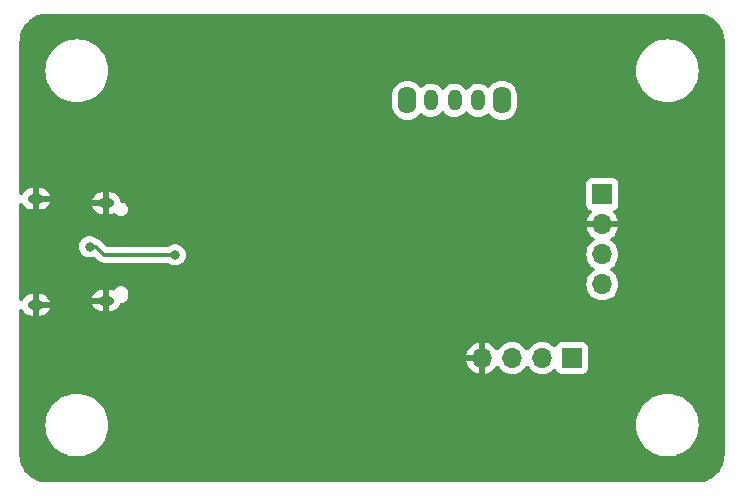
<source format=gbr>
%TF.GenerationSoftware,KiCad,Pcbnew,7.0.1*%
%TF.CreationDate,2023-09-30T16:00:22-04:00*%
%TF.ProjectId,usb_demonstrator,7573625f-6465-46d6-9f6e-73747261746f,rev?*%
%TF.SameCoordinates,Original*%
%TF.FileFunction,Copper,L2,Bot*%
%TF.FilePolarity,Positive*%
%FSLAX46Y46*%
G04 Gerber Fmt 4.6, Leading zero omitted, Abs format (unit mm)*
G04 Created by KiCad (PCBNEW 7.0.1) date 2023-09-30 16:00:22*
%MOMM*%
%LPD*%
G01*
G04 APERTURE LIST*
%TA.AperFunction,ComponentPad*%
%ADD10O,1.400000X0.800000*%
%TD*%
%TA.AperFunction,ComponentPad*%
%ADD11R,1.700000X1.700000*%
%TD*%
%TA.AperFunction,ComponentPad*%
%ADD12O,1.700000X1.700000*%
%TD*%
%TA.AperFunction,ComponentPad*%
%ADD13O,1.600000X2.300000*%
%TD*%
%TA.AperFunction,ComponentPad*%
%ADD14O,1.200000X1.800000*%
%TD*%
%TA.AperFunction,ViaPad*%
%ADD15C,0.800000*%
%TD*%
%TA.AperFunction,Conductor*%
%ADD16C,0.300000*%
%TD*%
G04 APERTURE END LIST*
D10*
%TO.P,J3,S1,SHIELD*%
%TO.N,GND*%
X129040000Y-85840000D03*
X134990000Y-86200000D03*
X134990000Y-94460000D03*
X129040000Y-94820000D03*
%TD*%
D11*
%TO.P,J2,1,Pin_1*%
%TO.N,UART_SUPP_5V*%
X174440000Y-99315000D03*
D12*
%TO.P,J2,2,Pin_2*%
%TO.N,USART_Tx*%
X171900000Y-99315000D03*
%TO.P,J2,3,Pin_3*%
%TO.N,USART_Rx*%
X169360000Y-99315000D03*
%TO.P,J2,4,Pin_4*%
%TO.N,GND*%
X166820000Y-99315000D03*
%TD*%
D13*
%TO.P,SW2,*%
%TO.N,*%
X160500000Y-77500000D03*
X168500000Y-77500000D03*
D14*
%TO.P,SW2,1,A*%
%TO.N,UART_SUPP_5V*%
X162500000Y-77500000D03*
%TO.P,SW2,2,B*%
%TO.N,SYSTEM_5V*%
X164500000Y-77500000D03*
%TO.P,SW2,3,C*%
%TO.N,USB_SUPP_5V*%
X166500000Y-77500000D03*
%TD*%
D11*
%TO.P,J1,1,Pin_1*%
%TO.N,SWDIO*%
X177000000Y-85460000D03*
D12*
%TO.P,J1,2,Pin_2*%
%TO.N,GND*%
X177000000Y-88000000D03*
%TO.P,J1,3,Pin_3*%
%TO.N,SWDCLK*%
X177000000Y-90540000D03*
%TO.P,J1,4,Pin_4*%
%TO.N,SYSTEM_3V3*%
X177000000Y-93080000D03*
%TD*%
D15*
%TO.N,GND*%
X142500000Y-72500000D03*
X137500000Y-107500000D03*
X130000000Y-100000000D03*
X172500000Y-72500000D03*
X162500000Y-107500000D03*
X147500000Y-107500000D03*
X152500000Y-107500000D03*
X142500000Y-82500000D03*
X147500000Y-72500000D03*
X152500000Y-72500000D03*
X185000000Y-80000000D03*
X177500000Y-72500000D03*
X185000000Y-95000000D03*
X163100000Y-92600000D03*
X171500000Y-88800000D03*
X157500000Y-72500000D03*
X185000000Y-90000000D03*
X171600000Y-93200000D03*
X145800000Y-79900000D03*
X171600000Y-85600000D03*
X142500000Y-107500000D03*
X167600000Y-93200000D03*
X177000000Y-96200000D03*
X180000000Y-96200000D03*
X185000000Y-100000000D03*
X172500000Y-107500000D03*
X167500000Y-72500000D03*
X167500000Y-107500000D03*
X147500000Y-82500000D03*
X137500000Y-72500000D03*
X185000000Y-85000000D03*
X130000000Y-80000000D03*
X162500000Y-72500000D03*
X167600000Y-88800000D03*
X167600000Y-85600000D03*
X177500000Y-107500000D03*
X152500000Y-82500000D03*
X157500000Y-107500000D03*
%TO.N,USB_COMM_D-*%
X140820000Y-90580000D03*
X133590000Y-89900000D03*
%TD*%
D16*
%TO.N,USB_COMM_D-*%
X134810000Y-90580000D02*
X134800000Y-90590000D01*
X140820000Y-90580000D02*
X134810000Y-90580000D01*
X134800000Y-90590000D02*
X134110000Y-89900000D01*
X134110000Y-89900000D02*
X133590000Y-89900000D01*
%TD*%
%TA.AperFunction,Conductor*%
%TO.N,GND*%
G36*
X185004496Y-70150772D02*
G01*
X185014519Y-70151378D01*
X185274220Y-70167087D01*
X185292053Y-70169253D01*
X185553414Y-70217148D01*
X185570870Y-70221451D01*
X185824539Y-70300497D01*
X185841355Y-70306874D01*
X186083653Y-70415924D01*
X186099584Y-70424286D01*
X186326953Y-70561735D01*
X186341761Y-70571956D01*
X186550909Y-70735813D01*
X186564377Y-70747744D01*
X186752255Y-70935622D01*
X186764186Y-70949090D01*
X186928043Y-71158238D01*
X186938264Y-71173046D01*
X187075713Y-71400415D01*
X187084075Y-71416346D01*
X187193123Y-71658640D01*
X187199503Y-71675464D01*
X187278546Y-71929122D01*
X187282852Y-71946592D01*
X187330744Y-72207931D01*
X187332912Y-72225791D01*
X187344770Y-72421814D01*
X187349228Y-72495503D01*
X187349500Y-72504500D01*
X187349500Y-107495500D01*
X187349228Y-107504497D01*
X187332913Y-107774207D01*
X187330744Y-107792068D01*
X187282852Y-108053407D01*
X187278546Y-108070877D01*
X187199503Y-108324535D01*
X187193123Y-108341359D01*
X187084075Y-108583653D01*
X187075713Y-108599584D01*
X186938264Y-108826953D01*
X186928043Y-108841761D01*
X186764186Y-109050909D01*
X186752255Y-109064377D01*
X186564377Y-109252255D01*
X186550909Y-109264186D01*
X186341761Y-109428043D01*
X186326953Y-109438264D01*
X186099584Y-109575713D01*
X186083653Y-109584075D01*
X185841359Y-109693123D01*
X185824535Y-109699503D01*
X185570877Y-109778546D01*
X185553407Y-109782852D01*
X185292068Y-109830744D01*
X185274207Y-109832913D01*
X185004497Y-109849228D01*
X184995500Y-109849500D01*
X130004500Y-109849500D01*
X129995503Y-109849228D01*
X129725792Y-109832913D01*
X129707932Y-109830744D01*
X129651846Y-109820466D01*
X129446592Y-109782852D01*
X129429122Y-109778546D01*
X129175464Y-109699503D01*
X129158640Y-109693123D01*
X128916346Y-109584075D01*
X128900415Y-109575713D01*
X128673046Y-109438264D01*
X128658238Y-109428043D01*
X128449090Y-109264186D01*
X128435622Y-109252255D01*
X128247744Y-109064377D01*
X128235813Y-109050909D01*
X128224277Y-109036185D01*
X128071955Y-108841760D01*
X128061735Y-108826953D01*
X127924286Y-108599584D01*
X127915924Y-108583653D01*
X127806876Y-108341359D01*
X127800496Y-108324535D01*
X127721451Y-108070870D01*
X127717147Y-108053407D01*
X127669253Y-107792053D01*
X127667087Y-107774220D01*
X127650772Y-107504496D01*
X127650500Y-107495500D01*
X127650500Y-105000000D01*
X129844655Y-105000000D01*
X129864014Y-105320067D01*
X129921813Y-105635465D01*
X130017207Y-105941594D01*
X130148808Y-106233998D01*
X130314696Y-106508412D01*
X130512443Y-106760816D01*
X130739183Y-106987556D01*
X130991587Y-107185303D01*
X130991592Y-107185306D01*
X131266000Y-107351191D01*
X131558402Y-107482791D01*
X131558404Y-107482791D01*
X131558405Y-107482792D01*
X131864534Y-107578186D01*
X132179932Y-107635985D01*
X132214473Y-107638074D01*
X132500000Y-107655345D01*
X132801811Y-107637089D01*
X132820067Y-107635985D01*
X132977766Y-107607085D01*
X133135466Y-107578186D01*
X133441598Y-107482791D01*
X133734000Y-107351191D01*
X134008408Y-107185306D01*
X134260819Y-106987554D01*
X134487554Y-106760819D01*
X134685306Y-106508408D01*
X134851191Y-106234000D01*
X134982791Y-105941598D01*
X135078186Y-105635466D01*
X135135985Y-105320066D01*
X135155345Y-105000000D01*
X135155345Y-104999999D01*
X179844655Y-104999999D01*
X179864014Y-105320067D01*
X179921813Y-105635465D01*
X180017207Y-105941594D01*
X180148808Y-106233998D01*
X180314696Y-106508412D01*
X180512443Y-106760816D01*
X180739183Y-106987556D01*
X180991587Y-107185303D01*
X180991592Y-107185306D01*
X181266000Y-107351191D01*
X181558402Y-107482791D01*
X181558404Y-107482791D01*
X181558405Y-107482792D01*
X181864534Y-107578186D01*
X182179932Y-107635985D01*
X182214473Y-107638074D01*
X182500000Y-107655345D01*
X182801811Y-107637089D01*
X182820067Y-107635985D01*
X182977766Y-107607085D01*
X183135466Y-107578186D01*
X183441598Y-107482791D01*
X183734000Y-107351191D01*
X184008408Y-107185306D01*
X184260819Y-106987554D01*
X184487554Y-106760819D01*
X184685306Y-106508408D01*
X184851191Y-106234000D01*
X184982791Y-105941598D01*
X185078186Y-105635466D01*
X185135985Y-105320066D01*
X185155345Y-105000000D01*
X185135985Y-104679934D01*
X185078186Y-104364534D01*
X184982791Y-104058402D01*
X184851191Y-103766000D01*
X184685306Y-103491592D01*
X184685303Y-103491587D01*
X184487556Y-103239183D01*
X184260816Y-103012443D01*
X184008412Y-102814696D01*
X183733998Y-102648808D01*
X183441594Y-102517207D01*
X183135465Y-102421813D01*
X182820067Y-102364014D01*
X182500000Y-102344655D01*
X182179932Y-102364014D01*
X181864534Y-102421813D01*
X181558405Y-102517207D01*
X181266001Y-102648808D01*
X180991587Y-102814696D01*
X180739183Y-103012443D01*
X180512443Y-103239183D01*
X180314696Y-103491587D01*
X180148808Y-103766001D01*
X180017207Y-104058405D01*
X179921813Y-104364534D01*
X179864014Y-104679932D01*
X179844655Y-104999999D01*
X135155345Y-104999999D01*
X135135985Y-104679934D01*
X135078186Y-104364534D01*
X134982791Y-104058402D01*
X134851191Y-103766000D01*
X134685306Y-103491592D01*
X134685303Y-103491587D01*
X134487556Y-103239183D01*
X134260816Y-103012443D01*
X134008412Y-102814696D01*
X133733998Y-102648808D01*
X133441594Y-102517207D01*
X133135465Y-102421813D01*
X132820067Y-102364014D01*
X132500000Y-102344655D01*
X132179932Y-102364014D01*
X131864534Y-102421813D01*
X131558405Y-102517207D01*
X131266001Y-102648808D01*
X130991587Y-102814696D01*
X130739183Y-103012443D01*
X130512443Y-103239183D01*
X130314696Y-103491587D01*
X130148808Y-103766001D01*
X130017207Y-104058405D01*
X129921813Y-104364534D01*
X129864014Y-104679932D01*
X129844655Y-105000000D01*
X127650500Y-105000000D01*
X127650500Y-99565000D01*
X165489364Y-99565000D01*
X165546568Y-99778491D01*
X165646401Y-99992582D01*
X165781887Y-100186075D01*
X165948924Y-100353112D01*
X166142417Y-100488598D01*
X166356508Y-100588431D01*
X166569999Y-100645636D01*
X166570000Y-100645636D01*
X167070000Y-100645636D01*
X167283491Y-100588431D01*
X167497582Y-100488598D01*
X167691075Y-100353112D01*
X167858109Y-100186078D01*
X167967640Y-100029652D01*
X168020893Y-99982951D01*
X168089694Y-99966115D01*
X168158494Y-99982950D01*
X168211748Y-100029652D01*
X168321505Y-100186401D01*
X168488599Y-100353495D01*
X168682170Y-100489035D01*
X168896337Y-100588903D01*
X169124592Y-100650063D01*
X169360000Y-100670659D01*
X169595408Y-100650063D01*
X169823663Y-100588903D01*
X170037830Y-100489035D01*
X170231401Y-100353495D01*
X170398495Y-100186401D01*
X170507945Y-100030089D01*
X170561200Y-99983387D01*
X170630000Y-99966552D01*
X170698800Y-99983387D01*
X170752054Y-100030089D01*
X170861505Y-100186401D01*
X171028599Y-100353495D01*
X171222170Y-100489035D01*
X171436337Y-100588903D01*
X171664592Y-100650063D01*
X171900000Y-100670659D01*
X172135408Y-100650063D01*
X172363663Y-100588903D01*
X172577830Y-100489035D01*
X172771401Y-100353495D01*
X172865819Y-100259076D01*
X172929199Y-100221471D01*
X173002850Y-100218840D01*
X173068752Y-100251828D01*
X173110784Y-100312365D01*
X173146204Y-100407331D01*
X173232454Y-100522546D01*
X173347669Y-100608796D01*
X173482517Y-100659091D01*
X173542127Y-100665500D01*
X175337872Y-100665499D01*
X175337876Y-100665499D01*
X175377612Y-100661226D01*
X175397483Y-100659091D01*
X175532331Y-100608796D01*
X175647546Y-100522546D01*
X175733796Y-100407331D01*
X175784091Y-100272483D01*
X175790500Y-100212873D01*
X175790499Y-98417128D01*
X175790499Y-98417127D01*
X175790499Y-98417123D01*
X175784091Y-98357518D01*
X175769215Y-98317634D01*
X175733796Y-98222669D01*
X175647546Y-98107454D01*
X175532331Y-98021204D01*
X175397483Y-97970909D01*
X175397482Y-97970908D01*
X175397480Y-97970908D01*
X175337876Y-97964500D01*
X173542123Y-97964500D01*
X173482518Y-97970908D01*
X173347670Y-98021203D01*
X173232454Y-98107454D01*
X173146201Y-98222672D01*
X173110783Y-98317634D01*
X173068752Y-98378171D01*
X173002850Y-98411159D01*
X172929200Y-98408528D01*
X172865819Y-98370923D01*
X172771401Y-98276505D01*
X172577830Y-98140965D01*
X172363663Y-98041097D01*
X172135407Y-97979936D01*
X171900000Y-97959341D01*
X171664592Y-97979936D01*
X171436336Y-98041097D01*
X171222172Y-98140964D01*
X171028598Y-98276505D01*
X170861505Y-98443598D01*
X170752054Y-98599911D01*
X170698800Y-98646613D01*
X170630000Y-98663448D01*
X170561200Y-98646613D01*
X170507946Y-98599911D01*
X170398494Y-98443598D01*
X170231401Y-98276505D01*
X170037830Y-98140965D01*
X169823663Y-98041097D01*
X169595407Y-97979936D01*
X169360000Y-97959341D01*
X169124592Y-97979936D01*
X168896336Y-98041097D01*
X168682172Y-98140964D01*
X168488598Y-98276505D01*
X168321505Y-98443598D01*
X168211748Y-98600348D01*
X168158494Y-98647050D01*
X168089694Y-98663885D01*
X168020893Y-98647049D01*
X167967640Y-98600348D01*
X167858109Y-98443921D01*
X167691075Y-98276887D01*
X167497582Y-98141401D01*
X167283491Y-98041568D01*
X167070000Y-97984363D01*
X167070000Y-100645636D01*
X166570000Y-100645636D01*
X166570000Y-99565000D01*
X165489364Y-99565000D01*
X127650500Y-99565000D01*
X127650500Y-99064999D01*
X165489363Y-99064999D01*
X165489364Y-99065000D01*
X166570000Y-99065000D01*
X166570000Y-97984364D01*
X166569999Y-97984363D01*
X166356509Y-98041568D01*
X166142423Y-98141399D01*
X165948921Y-98276890D01*
X165781890Y-98443921D01*
X165646399Y-98637423D01*
X165546568Y-98851509D01*
X165489363Y-99064999D01*
X127650500Y-99064999D01*
X127650500Y-95286666D01*
X127665580Y-95221349D01*
X127707767Y-95169252D01*
X127768521Y-95140922D01*
X127835547Y-95142092D01*
X127895276Y-95172526D01*
X127935618Y-95226063D01*
X127956281Y-95272474D01*
X128067486Y-95425535D01*
X128208079Y-95552125D01*
X128371922Y-95646719D01*
X128551846Y-95705181D01*
X128692837Y-95720000D01*
X128790000Y-95720000D01*
X128790000Y-95070000D01*
X129290000Y-95070000D01*
X129290000Y-95720000D01*
X129387163Y-95720000D01*
X129528153Y-95705181D01*
X129708077Y-95646719D01*
X129871920Y-95552125D01*
X130012512Y-95425535D01*
X130123718Y-95272475D01*
X130200664Y-95099651D01*
X130206967Y-95070000D01*
X129290000Y-95070000D01*
X128790000Y-95070000D01*
X128790000Y-94710000D01*
X133823033Y-94710000D01*
X133829335Y-94739648D01*
X133906282Y-94912475D01*
X134017486Y-95065535D01*
X134158079Y-95192125D01*
X134321922Y-95286719D01*
X134501846Y-95345181D01*
X134642837Y-95360000D01*
X134740000Y-95360000D01*
X135240000Y-95360000D01*
X135337163Y-95360000D01*
X135478153Y-95345181D01*
X135658077Y-95286719D01*
X135821920Y-95192125D01*
X135962512Y-95065535D01*
X136073715Y-94912479D01*
X136148610Y-94744260D01*
X136195578Y-94685477D01*
X136265281Y-94657138D01*
X136333451Y-94648162D01*
X136390236Y-94640687D01*
X136530233Y-94582698D01*
X136650451Y-94490451D01*
X136742698Y-94370233D01*
X136800687Y-94230236D01*
X136815500Y-94117720D01*
X136815500Y-93742280D01*
X136813603Y-93727874D01*
X136800687Y-93629765D01*
X136800687Y-93629764D01*
X136742698Y-93489767D01*
X136721234Y-93461795D01*
X136650451Y-93369548D01*
X136530233Y-93277302D01*
X136390235Y-93219312D01*
X136240000Y-93199533D01*
X136089764Y-93219312D01*
X135949766Y-93277302D01*
X135829548Y-93369548D01*
X135737301Y-93489767D01*
X135728218Y-93511696D01*
X135684328Y-93570470D01*
X135617713Y-93601179D01*
X135544517Y-93596381D01*
X135478153Y-93574818D01*
X135337163Y-93560000D01*
X135240000Y-93560000D01*
X135240000Y-95360000D01*
X134740000Y-95360000D01*
X134740000Y-94710000D01*
X133823033Y-94710000D01*
X128790000Y-94710000D01*
X128790000Y-93920000D01*
X129290000Y-93920000D01*
X129290000Y-94570000D01*
X130206967Y-94570000D01*
X130200664Y-94540351D01*
X130123717Y-94367524D01*
X130012513Y-94214464D01*
X130007555Y-94210000D01*
X133823033Y-94210000D01*
X134740000Y-94210000D01*
X134740000Y-93560000D01*
X134642837Y-93560000D01*
X134501846Y-93574818D01*
X134321922Y-93633280D01*
X134158079Y-93727874D01*
X134017487Y-93854464D01*
X133906281Y-94007524D01*
X133829335Y-94180348D01*
X133823033Y-94210000D01*
X130007555Y-94210000D01*
X129871920Y-94087874D01*
X129708077Y-93993280D01*
X129528153Y-93934818D01*
X129387163Y-93920000D01*
X129290000Y-93920000D01*
X128790000Y-93920000D01*
X128692837Y-93920000D01*
X128551846Y-93934818D01*
X128371922Y-93993280D01*
X128208079Y-94087874D01*
X128067487Y-94214464D01*
X127956281Y-94367524D01*
X127935618Y-94413936D01*
X127895276Y-94467473D01*
X127835547Y-94497907D01*
X127768521Y-94499077D01*
X127707767Y-94470747D01*
X127665580Y-94418650D01*
X127650500Y-94353333D01*
X127650500Y-93079999D01*
X175644341Y-93079999D01*
X175664936Y-93315407D01*
X175726096Y-93543662D01*
X175726097Y-93543663D01*
X175825965Y-93757830D01*
X175961505Y-93951401D01*
X176128599Y-94118495D01*
X176322170Y-94254035D01*
X176536337Y-94353903D01*
X176764592Y-94415063D01*
X177000000Y-94435659D01*
X177235408Y-94415063D01*
X177463663Y-94353903D01*
X177677830Y-94254035D01*
X177871401Y-94118495D01*
X178038495Y-93951401D01*
X178174035Y-93757830D01*
X178273903Y-93543663D01*
X178335063Y-93315408D01*
X178355659Y-93080000D01*
X178335063Y-92844592D01*
X178273903Y-92616337D01*
X178174035Y-92402171D01*
X178038495Y-92208599D01*
X177871401Y-92041505D01*
X177871401Y-92041504D01*
X177871398Y-92041502D01*
X177715088Y-91932052D01*
X177668386Y-91878799D01*
X177651551Y-91809998D01*
X177668387Y-91741198D01*
X177715086Y-91687947D01*
X177871401Y-91578495D01*
X178038495Y-91411401D01*
X178174035Y-91217830D01*
X178273903Y-91003663D01*
X178335063Y-90775408D01*
X178355659Y-90540000D01*
X178335063Y-90304592D01*
X178273903Y-90076337D01*
X178174035Y-89862171D01*
X178038495Y-89668599D01*
X177871401Y-89501505D01*
X177773293Y-89432809D01*
X177714652Y-89391748D01*
X177667950Y-89338494D01*
X177651115Y-89269694D01*
X177667951Y-89200893D01*
X177714652Y-89147640D01*
X177871078Y-89038109D01*
X178038112Y-88871075D01*
X178173598Y-88677582D01*
X178273431Y-88463491D01*
X178330636Y-88250000D01*
X175669364Y-88250000D01*
X175726568Y-88463491D01*
X175826401Y-88677582D01*
X175961887Y-88871075D01*
X176128924Y-89038112D01*
X176285348Y-89147642D01*
X176332050Y-89200895D01*
X176348885Y-89269695D01*
X176332049Y-89338496D01*
X176285348Y-89391748D01*
X176273568Y-89399997D01*
X176128598Y-89501505D01*
X175961505Y-89668598D01*
X175825964Y-89862172D01*
X175726097Y-90076336D01*
X175664936Y-90304592D01*
X175644341Y-90540000D01*
X175664936Y-90775407D01*
X175671660Y-90800500D01*
X175726097Y-91003663D01*
X175825965Y-91217830D01*
X175961505Y-91411401D01*
X176128599Y-91578495D01*
X176259924Y-91670450D01*
X176284911Y-91687946D01*
X176331613Y-91741200D01*
X176348448Y-91810000D01*
X176331613Y-91878800D01*
X176284911Y-91932054D01*
X176128598Y-92041505D01*
X175961505Y-92208598D01*
X175825964Y-92402172D01*
X175726097Y-92616336D01*
X175664936Y-92844592D01*
X175644341Y-93079999D01*
X127650500Y-93079999D01*
X127650500Y-89899999D01*
X132684539Y-89899999D01*
X132704326Y-90088257D01*
X132744440Y-90211716D01*
X132762821Y-90268284D01*
X132857467Y-90432216D01*
X132984129Y-90572888D01*
X133137270Y-90684151D01*
X133310197Y-90761144D01*
X133495354Y-90800500D01*
X133684646Y-90800500D01*
X133869803Y-90761144D01*
X133901763Y-90746913D01*
X133959767Y-90734055D01*
X134018184Y-90744881D01*
X134067727Y-90777673D01*
X134286589Y-90996535D01*
X134304465Y-91018143D01*
X134308175Y-91023602D01*
X134350961Y-91061323D01*
X134357785Y-91067731D01*
X134368969Y-91078915D01*
X134381455Y-91088600D01*
X134388670Y-91094568D01*
X134431459Y-91132292D01*
X134437345Y-91135291D01*
X134461024Y-91150319D01*
X134466236Y-91154362D01*
X134518603Y-91177023D01*
X134527035Y-91180991D01*
X134577900Y-91206908D01*
X134584350Y-91208349D01*
X134611017Y-91217014D01*
X134617073Y-91219635D01*
X134673437Y-91228561D01*
X134682586Y-91230307D01*
X134738296Y-91242760D01*
X134744894Y-91242552D01*
X134772881Y-91244312D01*
X134779405Y-91245346D01*
X134836233Y-91239973D01*
X134845513Y-91239389D01*
X134902569Y-91237597D01*
X134904394Y-91237066D01*
X134906627Y-91236418D01*
X134948202Y-91230500D01*
X140134902Y-91230500D01*
X140180945Y-91237793D01*
X140222478Y-91258954D01*
X140367270Y-91364151D01*
X140540197Y-91441144D01*
X140725354Y-91480500D01*
X140914645Y-91480500D01*
X140914646Y-91480500D01*
X141099803Y-91441144D01*
X141272730Y-91364151D01*
X141425871Y-91252888D01*
X141552533Y-91112216D01*
X141647179Y-90948284D01*
X141705674Y-90768256D01*
X141725460Y-90580000D01*
X141705674Y-90391744D01*
X141647179Y-90211716D01*
X141552533Y-90047784D01*
X141425871Y-89907112D01*
X141272730Y-89795849D01*
X141099803Y-89718856D01*
X140914646Y-89679500D01*
X140725354Y-89679500D01*
X140632775Y-89699178D01*
X140540196Y-89718856D01*
X140367271Y-89795848D01*
X140367269Y-89795849D01*
X140367270Y-89795849D01*
X140222478Y-89901045D01*
X140180945Y-89922207D01*
X140134902Y-89929500D01*
X135121164Y-89929500D01*
X135064144Y-89918158D01*
X135015805Y-89885859D01*
X134632384Y-89502438D01*
X134618659Y-89485306D01*
X134564461Y-89434411D01*
X134561100Y-89431154D01*
X134541035Y-89411089D01*
X134538485Y-89409111D01*
X134527814Y-89399997D01*
X134495392Y-89369551D01*
X134478521Y-89360276D01*
X134458982Y-89347441D01*
X134443764Y-89335637D01*
X134402952Y-89317976D01*
X134390347Y-89311802D01*
X134351368Y-89290373D01*
X134351365Y-89290372D01*
X134332709Y-89285582D01*
X134310591Y-89278009D01*
X134292929Y-89270365D01*
X134285906Y-89269253D01*
X134277261Y-89267883D01*
X134229474Y-89251661D01*
X134209077Y-89235580D01*
X134208542Y-89236317D01*
X134042731Y-89115849D01*
X133869803Y-89038856D01*
X133866289Y-89038109D01*
X133684646Y-88999500D01*
X133495354Y-88999500D01*
X133402775Y-89019177D01*
X133310196Y-89038856D01*
X133137271Y-89115848D01*
X132984127Y-89227113D01*
X132857467Y-89367783D01*
X132762820Y-89531717D01*
X132704326Y-89711742D01*
X132684539Y-89899999D01*
X127650500Y-89899999D01*
X127650500Y-86306666D01*
X127665580Y-86241349D01*
X127707767Y-86189252D01*
X127768521Y-86160922D01*
X127835547Y-86162092D01*
X127895276Y-86192526D01*
X127935618Y-86246063D01*
X127956281Y-86292474D01*
X128067486Y-86445535D01*
X128208079Y-86572125D01*
X128371922Y-86666719D01*
X128551846Y-86725181D01*
X128692837Y-86740000D01*
X128790000Y-86740000D01*
X128790000Y-86090000D01*
X129290000Y-86090000D01*
X129290000Y-86740000D01*
X129387163Y-86740000D01*
X129528153Y-86725181D01*
X129708077Y-86666719D01*
X129871920Y-86572125D01*
X130007553Y-86450000D01*
X133823033Y-86450000D01*
X133829335Y-86479648D01*
X133906282Y-86652475D01*
X134017486Y-86805535D01*
X134158079Y-86932125D01*
X134321922Y-87026719D01*
X134501846Y-87085181D01*
X134642837Y-87100000D01*
X134740000Y-87100000D01*
X134740000Y-86450000D01*
X133823033Y-86450000D01*
X130007553Y-86450000D01*
X130012512Y-86445535D01*
X130123718Y-86292475D01*
X130200664Y-86119651D01*
X130206967Y-86090000D01*
X129290000Y-86090000D01*
X128790000Y-86090000D01*
X128790000Y-85950000D01*
X133823033Y-85950000D01*
X134740000Y-85950000D01*
X134740000Y-85300000D01*
X135240000Y-85300000D01*
X135240000Y-87100000D01*
X135337163Y-87100000D01*
X135478151Y-87085181D01*
X135625325Y-87037361D01*
X135685650Y-87030754D01*
X135743606Y-87048749D01*
X135789579Y-87088362D01*
X135829548Y-87140450D01*
X135829549Y-87140451D01*
X135949767Y-87232698D01*
X136089764Y-87290687D01*
X136117893Y-87294390D01*
X136202277Y-87305500D01*
X136202280Y-87305500D01*
X136277720Y-87305500D01*
X136277723Y-87305500D01*
X136345229Y-87296612D01*
X136390236Y-87290687D01*
X136530233Y-87232698D01*
X136650451Y-87140451D01*
X136742698Y-87020233D01*
X136800687Y-86880236D01*
X136820466Y-86730000D01*
X136800687Y-86579764D01*
X136742698Y-86439767D01*
X136721234Y-86411795D01*
X136679861Y-86357876D01*
X175649500Y-86357876D01*
X175655908Y-86417481D01*
X175666371Y-86445535D01*
X175706204Y-86552331D01*
X175792454Y-86667546D01*
X175907669Y-86753796D01*
X176003151Y-86789408D01*
X176063686Y-86831438D01*
X176096675Y-86897340D01*
X176094045Y-86970990D01*
X176056439Y-87034371D01*
X175961893Y-87128917D01*
X175826399Y-87322423D01*
X175726568Y-87536509D01*
X175669363Y-87749999D01*
X175669364Y-87750000D01*
X178330636Y-87750000D01*
X178330636Y-87749999D01*
X178273431Y-87536509D01*
X178173600Y-87322423D01*
X178038109Y-87128921D01*
X177943560Y-87034372D01*
X177905954Y-86970991D01*
X177903324Y-86897340D01*
X177936313Y-86831438D01*
X177996848Y-86789408D01*
X178092331Y-86753796D01*
X178207546Y-86667546D01*
X178293796Y-86552331D01*
X178344091Y-86417483D01*
X178350500Y-86357873D01*
X178350499Y-84562128D01*
X178350499Y-84562127D01*
X178350499Y-84562123D01*
X178344091Y-84502518D01*
X178293796Y-84367670D01*
X178293796Y-84367669D01*
X178207546Y-84252454D01*
X178092331Y-84166204D01*
X177957483Y-84115909D01*
X177957482Y-84115908D01*
X177957480Y-84115908D01*
X177897876Y-84109500D01*
X176102123Y-84109500D01*
X176042518Y-84115908D01*
X175907670Y-84166203D01*
X175792454Y-84252454D01*
X175706204Y-84367669D01*
X175655908Y-84502519D01*
X175649500Y-84562123D01*
X175649500Y-86357876D01*
X136679861Y-86357876D01*
X136650451Y-86319548D01*
X136530233Y-86227302D01*
X136390234Y-86169312D01*
X136302611Y-86157776D01*
X136245319Y-86137769D01*
X136200757Y-86096576D01*
X136176316Y-86041030D01*
X136150664Y-85920350D01*
X136073718Y-85747525D01*
X135962513Y-85594464D01*
X135821920Y-85467874D01*
X135658077Y-85373280D01*
X135478153Y-85314818D01*
X135337163Y-85300000D01*
X135240000Y-85300000D01*
X134740000Y-85300000D01*
X134642837Y-85300000D01*
X134501846Y-85314818D01*
X134321922Y-85373280D01*
X134158079Y-85467874D01*
X134017487Y-85594464D01*
X133906281Y-85747524D01*
X133829335Y-85920348D01*
X133823033Y-85950000D01*
X128790000Y-85950000D01*
X128790000Y-84940000D01*
X129290000Y-84940000D01*
X129290000Y-85590000D01*
X130206967Y-85590000D01*
X130200664Y-85560351D01*
X130123717Y-85387524D01*
X130012513Y-85234464D01*
X129871920Y-85107874D01*
X129708077Y-85013280D01*
X129528153Y-84954818D01*
X129387163Y-84940000D01*
X129290000Y-84940000D01*
X128790000Y-84940000D01*
X128692837Y-84940000D01*
X128551846Y-84954818D01*
X128371922Y-85013280D01*
X128208079Y-85107874D01*
X128067487Y-85234464D01*
X127956281Y-85387524D01*
X127935618Y-85433936D01*
X127895276Y-85487473D01*
X127835547Y-85517907D01*
X127768521Y-85519077D01*
X127707767Y-85490747D01*
X127665580Y-85438650D01*
X127650500Y-85373333D01*
X127650500Y-77906784D01*
X159199500Y-77906784D01*
X159214364Y-78076691D01*
X159273261Y-78296496D01*
X159369432Y-78502735D01*
X159499951Y-78689137D01*
X159660862Y-78850048D01*
X159847264Y-78980567D01*
X159847265Y-78980567D01*
X159847266Y-78980568D01*
X160053504Y-79076739D01*
X160273308Y-79135635D01*
X160500000Y-79155468D01*
X160726692Y-79135635D01*
X160946496Y-79076739D01*
X161152734Y-78980568D01*
X161339139Y-78850047D01*
X161500047Y-78689139D01*
X161535773Y-78638115D01*
X161581035Y-78595891D01*
X161639551Y-78575703D01*
X161701221Y-78581037D01*
X161755401Y-78610971D01*
X161858744Y-78700519D01*
X162040756Y-78805604D01*
X162040758Y-78805605D01*
X162239368Y-78874345D01*
X162447396Y-78904254D01*
X162447397Y-78904253D01*
X162447398Y-78904254D01*
X162657330Y-78894254D01*
X162861576Y-78844704D01*
X163052753Y-78757396D01*
X163223952Y-78635486D01*
X163368986Y-78483378D01*
X163376559Y-78471593D01*
X163427404Y-78423111D01*
X163494815Y-78403316D01*
X163563802Y-78416611D01*
X163619029Y-78460041D01*
X163699911Y-78562890D01*
X163858739Y-78700516D01*
X163858743Y-78700518D01*
X163858744Y-78700519D01*
X163957259Y-78757397D01*
X164040758Y-78805605D01*
X164239368Y-78874345D01*
X164447396Y-78904254D01*
X164447397Y-78904253D01*
X164447398Y-78904254D01*
X164657330Y-78894254D01*
X164861576Y-78844704D01*
X165052753Y-78757396D01*
X165223952Y-78635486D01*
X165368986Y-78483378D01*
X165376559Y-78471593D01*
X165427404Y-78423111D01*
X165494815Y-78403316D01*
X165563802Y-78416611D01*
X165619029Y-78460041D01*
X165699911Y-78562890D01*
X165858739Y-78700516D01*
X165858743Y-78700518D01*
X165858744Y-78700519D01*
X165957259Y-78757397D01*
X166040758Y-78805605D01*
X166239368Y-78874345D01*
X166447396Y-78904254D01*
X166447397Y-78904253D01*
X166447398Y-78904254D01*
X166657330Y-78894254D01*
X166861576Y-78844704D01*
X167052753Y-78757396D01*
X167223952Y-78635486D01*
X167235885Y-78622970D01*
X167290268Y-78586710D01*
X167354940Y-78577214D01*
X167417453Y-78596312D01*
X167465776Y-78640329D01*
X167499951Y-78689137D01*
X167660862Y-78850048D01*
X167847264Y-78980567D01*
X167847265Y-78980567D01*
X167847266Y-78980568D01*
X168053504Y-79076739D01*
X168273308Y-79135635D01*
X168500000Y-79155468D01*
X168726692Y-79135635D01*
X168946496Y-79076739D01*
X169152734Y-78980568D01*
X169339139Y-78850047D01*
X169500047Y-78689139D01*
X169630568Y-78502734D01*
X169726739Y-78296496D01*
X169785635Y-78076692D01*
X169800500Y-77906784D01*
X169800500Y-77093216D01*
X169785635Y-76923308D01*
X169726739Y-76703504D01*
X169630568Y-76497266D01*
X169588449Y-76437114D01*
X169500048Y-76310862D01*
X169339137Y-76149951D01*
X169152735Y-76019432D01*
X168946496Y-75923261D01*
X168726691Y-75864364D01*
X168500000Y-75844532D01*
X168273308Y-75864364D01*
X168053503Y-75923261D01*
X167847264Y-76019432D01*
X167660862Y-76149951D01*
X167499952Y-76310861D01*
X167464225Y-76361885D01*
X167418963Y-76404109D01*
X167360447Y-76424296D01*
X167298777Y-76418962D01*
X167244597Y-76389027D01*
X167141256Y-76299481D01*
X166959241Y-76194394D01*
X166760631Y-76125654D01*
X166552603Y-76095745D01*
X166342671Y-76105745D01*
X166138423Y-76155295D01*
X165947249Y-76242602D01*
X165776045Y-76364515D01*
X165631012Y-76516622D01*
X165623437Y-76528410D01*
X165572590Y-76576891D01*
X165505181Y-76596683D01*
X165436195Y-76583387D01*
X165380970Y-76539958D01*
X165371888Y-76528410D01*
X165300092Y-76437114D01*
X165300091Y-76437113D01*
X165300088Y-76437109D01*
X165141260Y-76299483D01*
X164959241Y-76194394D01*
X164760631Y-76125654D01*
X164552603Y-76095745D01*
X164342671Y-76105745D01*
X164138423Y-76155295D01*
X163947249Y-76242602D01*
X163776045Y-76364515D01*
X163631012Y-76516622D01*
X163623437Y-76528410D01*
X163572590Y-76576891D01*
X163505181Y-76596683D01*
X163436195Y-76583387D01*
X163380970Y-76539958D01*
X163371888Y-76528410D01*
X163300092Y-76437114D01*
X163300091Y-76437113D01*
X163300088Y-76437109D01*
X163141260Y-76299483D01*
X162959241Y-76194394D01*
X162760631Y-76125654D01*
X162552603Y-76095745D01*
X162342671Y-76105745D01*
X162138423Y-76155295D01*
X161947249Y-76242602D01*
X161867374Y-76299481D01*
X161782851Y-76359670D01*
X161776044Y-76364517D01*
X161764111Y-76377032D01*
X161709727Y-76413291D01*
X161645056Y-76422785D01*
X161582544Y-76403686D01*
X161534225Y-76359672D01*
X161500047Y-76310861D01*
X161339139Y-76149953D01*
X161339137Y-76149951D01*
X161152735Y-76019432D01*
X160946496Y-75923261D01*
X160726691Y-75864364D01*
X160500000Y-75844532D01*
X160273308Y-75864364D01*
X160053503Y-75923261D01*
X159847264Y-76019432D01*
X159660862Y-76149951D01*
X159499951Y-76310862D01*
X159369432Y-76497264D01*
X159273261Y-76703503D01*
X159214364Y-76923308D01*
X159199500Y-77093216D01*
X159199500Y-77906784D01*
X127650500Y-77906784D01*
X127650500Y-75000000D01*
X129844655Y-75000000D01*
X129864014Y-75320067D01*
X129921813Y-75635465D01*
X130017207Y-75941594D01*
X130148808Y-76233998D01*
X130314696Y-76508412D01*
X130512443Y-76760816D01*
X130739183Y-76987556D01*
X130991587Y-77185303D01*
X130991592Y-77185306D01*
X131266000Y-77351191D01*
X131558402Y-77482791D01*
X131558404Y-77482791D01*
X131558405Y-77482792D01*
X131864534Y-77578186D01*
X132179932Y-77635985D01*
X132214473Y-77638074D01*
X132500000Y-77655345D01*
X132801811Y-77637089D01*
X132820067Y-77635985D01*
X132977766Y-77607085D01*
X133135466Y-77578186D01*
X133441598Y-77482791D01*
X133734000Y-77351191D01*
X134008408Y-77185306D01*
X134260819Y-76987554D01*
X134487554Y-76760819D01*
X134685306Y-76508408D01*
X134851191Y-76234000D01*
X134982791Y-75941598D01*
X135078186Y-75635466D01*
X135135985Y-75320066D01*
X135155345Y-75000000D01*
X179844655Y-75000000D01*
X179864014Y-75320067D01*
X179921813Y-75635465D01*
X180017207Y-75941594D01*
X180148808Y-76233998D01*
X180314696Y-76508412D01*
X180512443Y-76760816D01*
X180739183Y-76987556D01*
X180991587Y-77185303D01*
X180991592Y-77185306D01*
X181266000Y-77351191D01*
X181558402Y-77482791D01*
X181558404Y-77482791D01*
X181558405Y-77482792D01*
X181864534Y-77578186D01*
X182179932Y-77635985D01*
X182214473Y-77638074D01*
X182500000Y-77655345D01*
X182801811Y-77637089D01*
X182820067Y-77635985D01*
X182977766Y-77607085D01*
X183135466Y-77578186D01*
X183441598Y-77482791D01*
X183734000Y-77351191D01*
X184008408Y-77185306D01*
X184260819Y-76987554D01*
X184487554Y-76760819D01*
X184685306Y-76508408D01*
X184851191Y-76234000D01*
X184982791Y-75941598D01*
X185078186Y-75635466D01*
X185135985Y-75320066D01*
X185155345Y-75000000D01*
X185135985Y-74679934D01*
X185078186Y-74364534D01*
X184982791Y-74058402D01*
X184851191Y-73766000D01*
X184685306Y-73491592D01*
X184685303Y-73491587D01*
X184487556Y-73239183D01*
X184260816Y-73012443D01*
X184008412Y-72814696D01*
X183733998Y-72648808D01*
X183441594Y-72517207D01*
X183135465Y-72421813D01*
X182820067Y-72364014D01*
X182500000Y-72344655D01*
X182179932Y-72364014D01*
X181864534Y-72421813D01*
X181558405Y-72517207D01*
X181266001Y-72648808D01*
X180991587Y-72814696D01*
X180739183Y-73012443D01*
X180512443Y-73239183D01*
X180314696Y-73491587D01*
X180148808Y-73766001D01*
X180017207Y-74058405D01*
X179921813Y-74364534D01*
X179864014Y-74679932D01*
X179844655Y-75000000D01*
X135155345Y-75000000D01*
X135135985Y-74679934D01*
X135078186Y-74364534D01*
X134982791Y-74058402D01*
X134851191Y-73766000D01*
X134685306Y-73491592D01*
X134685303Y-73491587D01*
X134487556Y-73239183D01*
X134260816Y-73012443D01*
X134008412Y-72814696D01*
X133733998Y-72648808D01*
X133441594Y-72517207D01*
X133135465Y-72421813D01*
X132820067Y-72364014D01*
X132500000Y-72344655D01*
X132179932Y-72364014D01*
X131864534Y-72421813D01*
X131558405Y-72517207D01*
X131266001Y-72648808D01*
X130991587Y-72814696D01*
X130739183Y-73012443D01*
X130512443Y-73239183D01*
X130314696Y-73491587D01*
X130148808Y-73766001D01*
X130017207Y-74058405D01*
X129921813Y-74364534D01*
X129864014Y-74679932D01*
X129844655Y-75000000D01*
X127650500Y-75000000D01*
X127650500Y-72504500D01*
X127650772Y-72495504D01*
X127651699Y-72480186D01*
X127667087Y-72225777D01*
X127669252Y-72207948D01*
X127717149Y-71946581D01*
X127721450Y-71929133D01*
X127800499Y-71675454D01*
X127806872Y-71658650D01*
X127915928Y-71416337D01*
X127924281Y-71400423D01*
X128061740Y-71173037D01*
X128071950Y-71158246D01*
X128235820Y-70949081D01*
X128247736Y-70935630D01*
X128435630Y-70747736D01*
X128449081Y-70735820D01*
X128658246Y-70571950D01*
X128673037Y-70561740D01*
X128900423Y-70424281D01*
X128916337Y-70415928D01*
X129158650Y-70306872D01*
X129175454Y-70300499D01*
X129429133Y-70221450D01*
X129446581Y-70217149D01*
X129707948Y-70169252D01*
X129725777Y-70167087D01*
X129986098Y-70151340D01*
X129995504Y-70150772D01*
X130004500Y-70150500D01*
X130034351Y-70150500D01*
X184965649Y-70150500D01*
X184995500Y-70150500D01*
X185004496Y-70150772D01*
G37*
%TD.AperFunction*%
%TD*%
M02*

</source>
